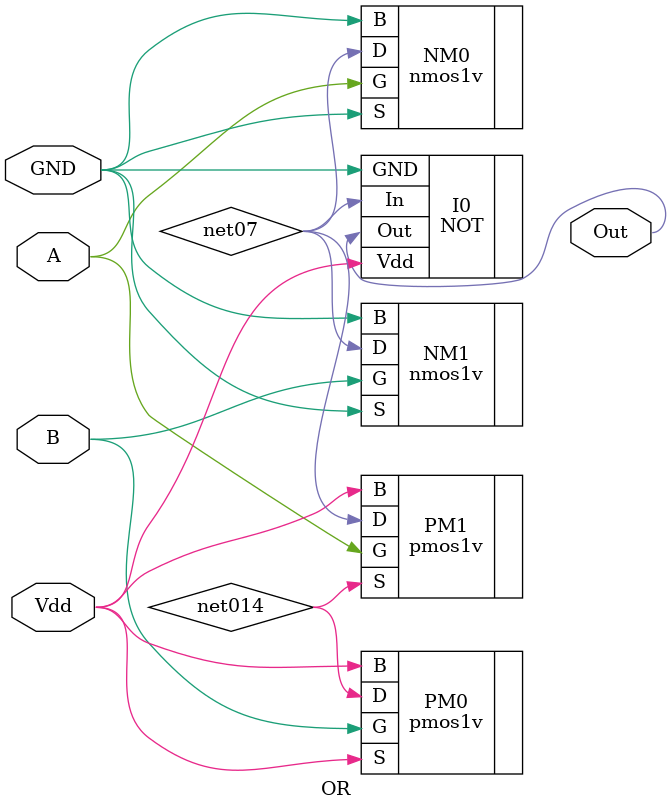
<source format=v>

module OR (
A,B,Vdd,GND,Out );
input  A;
input  B;
input  Vdd;
input  GND;
output  Out;
wire Vdd;
wire net07;
wire A;
wire GND;
wire B;
wire net014;
wire Out;

pmos1v    
 PM1  ( .S( net014 ), .G( A ), .B( Vdd ), .D( net07 ) );

pmos1v    
 PM0  ( .S( Vdd ), .G( B ), .B( Vdd ), .D( net014 ) );

nmos1v    
 NM1  ( .S( GND ), .G( B ), .B( GND ), .D( net07 ) );

nmos1v    
 NM0  ( .S( GND ), .G( A ), .B( GND ), .D( net07 ) );

NOT    
 I0  ( .Vdd( Vdd ), .In( net07 ), .GND( GND ), .Out( Out ) );

endmodule


</source>
